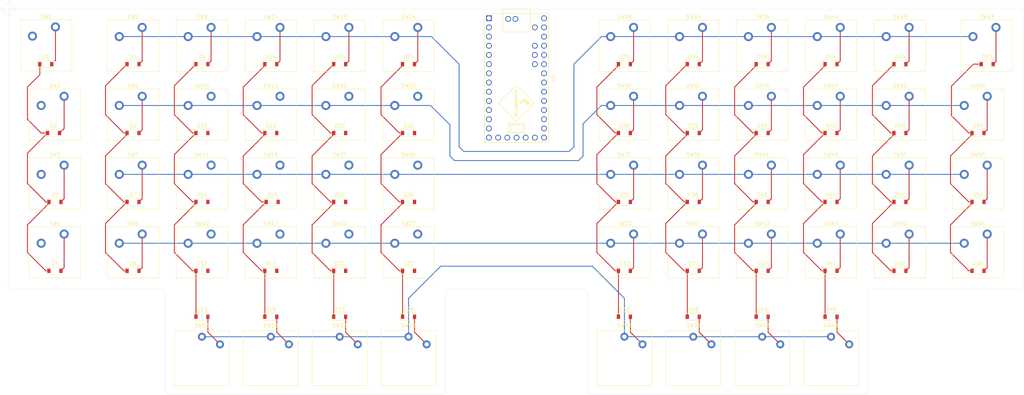
<source format=kicad_pcb>
(kicad_pcb (version 20211014) (generator pcbnew)

  (general
    (thickness 1.6)
  )

  (paper "A3")
  (layers
    (0 "F.Cu" signal)
    (1 "In1.Cu" power)
    (2 "In2.Cu" power)
    (31 "B.Cu" signal)
    (32 "B.Adhes" user "B.Adhesive")
    (33 "F.Adhes" user "F.Adhesive")
    (34 "B.Paste" user)
    (35 "F.Paste" user)
    (36 "B.SilkS" user "B.Silkscreen")
    (37 "F.SilkS" user "F.Silkscreen")
    (38 "B.Mask" user)
    (39 "F.Mask" user)
    (40 "Dwgs.User" user "User.Drawings")
    (41 "Cmts.User" user "User.Comments")
    (42 "Eco1.User" user "User.Eco1")
    (43 "Eco2.User" user "User.Eco2")
    (44 "Edge.Cuts" user)
    (45 "Margin" user)
    (46 "B.CrtYd" user "B.Courtyard")
    (47 "F.CrtYd" user "F.Courtyard")
    (48 "B.Fab" user)
    (49 "F.Fab" user)
  )

  (setup
    (pad_to_mask_clearance 0.051)
    (solder_mask_min_width 0.25)
    (aux_axis_origin 69.85 88.9)
    (grid_origin 69.85 88.9)
    (pcbplotparams
      (layerselection 0x00010fc_ffffffff)
      (disableapertmacros false)
      (usegerberextensions false)
      (usegerberattributes false)
      (usegerberadvancedattributes false)
      (creategerberjobfile false)
      (svguseinch false)
      (svgprecision 6)
      (excludeedgelayer true)
      (plotframeref false)
      (viasonmask false)
      (mode 1)
      (useauxorigin false)
      (hpglpennumber 1)
      (hpglpenspeed 20)
      (hpglpendiameter 15.000000)
      (dxfpolygonmode true)
      (dxfimperialunits true)
      (dxfusepcbnewfont true)
      (psnegative false)
      (psa4output false)
      (plotreference true)
      (plotvalue true)
      (plotinvisibletext false)
      (sketchpadsonfab false)
      (subtractmaskfromsilk false)
      (outputformat 1)
      (mirror false)
      (drillshape 0)
      (scaleselection 1)
      (outputdirectory "gerber/")
    )
  )

  (net 0 "")
  (net 1 "Net-(D1-Pad1)")
  (net 2 "Net-(D1-Pad2)")
  (net 3 "Net-(D2-Pad2)")
  (net 4 "Net-(D3-Pad2)")
  (net 5 "Net-(D4-Pad2)")
  (net 6 "Net-(D5-Pad1)")
  (net 7 "Net-(D5-Pad2)")
  (net 8 "Net-(D6-Pad2)")
  (net 9 "Net-(D7-Pad2)")
  (net 10 "Net-(D8-Pad2)")
  (net 11 "Net-(D10-Pad1)")
  (net 12 "Net-(D9-Pad2)")
  (net 13 "Net-(D10-Pad2)")
  (net 14 "Net-(D11-Pad2)")
  (net 15 "Net-(D12-Pad2)")
  (net 16 "Net-(D13-Pad2)")
  (net 17 "Net-(D14-Pad1)")
  (net 18 "Net-(D14-Pad2)")
  (net 19 "Net-(D15-Pad2)")
  (net 20 "Net-(D16-Pad2)")
  (net 21 "Net-(D17-Pad2)")
  (net 22 "Net-(D18-Pad2)")
  (net 23 "Net-(D19-Pad1)")
  (net 24 "Net-(D19-Pad2)")
  (net 25 "Net-(D20-Pad2)")
  (net 26 "Net-(D21-Pad2)")
  (net 27 "Net-(D22-Pad2)")
  (net 28 "Net-(D23-Pad2)")
  (net 29 "Net-(D24-Pad1)")
  (net 30 "Net-(D24-Pad2)")
  (net 31 "Net-(D25-Pad2)")
  (net 32 "Net-(D26-Pad2)")
  (net 33 "Net-(D27-Pad2)")
  (net 34 "Net-(D28-Pad2)")
  (net 35 "Net-(D29-Pad1)")
  (net 36 "Net-(D29-Pad2)")
  (net 37 "Net-(D30-Pad2)")
  (net 38 "Net-(D31-Pad2)")
  (net 39 "Net-(D32-Pad2)")
  (net 40 "Net-(D33-Pad2)")
  (net 41 "Net-(D34-Pad1)")
  (net 42 "Net-(D34-Pad2)")
  (net 43 "Net-(D35-Pad2)")
  (net 44 "Net-(D36-Pad2)")
  (net 45 "Net-(D37-Pad2)")
  (net 46 "Net-(D38-Pad2)")
  (net 47 "Net-(D39-Pad1)")
  (net 48 "Net-(D39-Pad2)")
  (net 49 "Net-(D40-Pad2)")
  (net 50 "Net-(D41-Pad2)")
  (net 51 "Net-(D42-Pad2)")
  (net 52 "Net-(D43-Pad2)")
  (net 53 "Net-(D44-Pad1)")
  (net 54 "Net-(D44-Pad2)")
  (net 55 "Net-(D45-Pad2)")
  (net 56 "Net-(D46-Pad2)")
  (net 57 "Net-(D47-Pad2)")
  (net 58 "Net-(D48-Pad2)")
  (net 59 "Net-(D49-Pad1)")
  (net 60 "Net-(D49-Pad2)")
  (net 61 "Net-(D50-Pad2)")
  (net 62 "Net-(D51-Pad2)")
  (net 63 "Net-(D52-Pad2)")
  (net 64 "Net-(D53-Pad1)")
  (net 65 "Net-(D53-Pad2)")
  (net 66 "Net-(D54-Pad2)")
  (net 67 "Net-(D55-Pad2)")
  (net 68 "Net-(D56-Pad2)")
  (net 69 "Net-(SW1-Pad1)")
  (net 70 "Net-(SW10-Pad1)")
  (net 71 "Net-(SW11-Pad1)")
  (net 72 "Net-(SW12-Pad1)")
  (net 73 "Net-(SW13-Pad1)")
  (net 74 "unconnected-(U1-Pad1)")
  (net 75 "unconnected-(U1-Pad17)")
  (net 76 "unconnected-(U1-Pad18)")
  (net 77 "unconnected-(U1-Pad19)")
  (net 78 "unconnected-(U1-Pad20)")
  (net 79 "unconnected-(U1-Pad16)")
  (net 80 "unconnected-(U1-Pad15)")
  (net 81 "unconnected-(U1-Pad25)")
  (net 82 "unconnected-(U1-Pad26)")
  (net 83 "unconnected-(U1-Pad27)")
  (net 84 "unconnected-(U1-Pad28)")
  (net 85 "unconnected-(U1-Pad29)")
  (net 86 "unconnected-(U1-Pad30)")
  (net 87 "unconnected-(U1-Pad31)")
  (net 88 "unconnected-(U1-Pad32)")
  (net 89 "unconnected-(U1-Pad33)")
  (net 90 "unconnected-(U1-Pad34)")
  (net 91 "unconnected-(U1-Pad35)")
  (net 92 "unconnected-(U1-Pad36)")
  (net 93 "unconnected-(U1-Pad37)")
  (net 94 "unconnected-(U1-Pad40)")
  (net 95 "unconnected-(U1-Pad39)")

  (footprint "Switch_Keyboard_Cherry_MX:SW_Cherry_MX_PCB_1.25u" (layer "F.Cu") (at 337.82 137.16))

  (footprint "Diode_SMD:D_SOD-123" (layer "F.Cu") (at 240.03 142.24))

  (footprint "Switch_Keyboard_Cherry_MX:SW_Cherry_MX_PCB_1.00u" (layer "F.Cu") (at 104.14 156.21))

  (footprint "teensy:Teensy_LC" (layer "F.Cu") (at 210.185 107.95 -90))

  (footprint "Diode_SMD:D_SOD-123" (layer "F.Cu") (at 104.14 123.19))

  (footprint "Switch_Keyboard_Cherry_MX:SW_Cherry_MX_PCB_1.00u" (layer "F.Cu") (at 161.29 99.06))

  (footprint "Switch_Keyboard_Cherry_MX:SW_Cherry_MX_PCB_1.00u" (layer "F.Cu") (at 104.14 137.16))

  (footprint "Switch_Keyboard_Cherry_MX:SW_Cherry_MX_PCB_1.00u" (layer "F.Cu") (at 240.03 99.06))

  (footprint "Diode_SMD:D_SOD-123" (layer "F.Cu") (at 240.03 123.19))

  (footprint "Diode_SMD:D_SOD-123" (layer "F.Cu") (at 259.08 161.29))

  (footprint "Diode_SMD:D_SOD-123" (layer "F.Cu") (at 180.34 104.14))

  (footprint "Diode_SMD:D_SOD-123" (layer "F.Cu") (at 161.29 104.14))

  (footprint "Switch_Keyboard_Cherry_MX:SW_Cherry_MX_PCB_1.00u" (layer "F.Cu") (at 240.03 118.11))

  (footprint "Switch_Keyboard_Kailh:SW_Kailh_Choc_V1_1.00u" (layer "F.Cu") (at 123.19 185.42))

  (footprint "Switch_Keyboard_Cherry_MX:SW_Cherry_MX_PCB_1.00u" (layer "F.Cu") (at 161.29 118.11))

  (footprint "Switch_Keyboard_Cherry_MX:SW_Cherry_MX_PCB_1.25u" (layer "F.Cu") (at 82.55 118.11))

  (footprint "Diode_SMD:D_SOD-123" (layer "F.Cu") (at 123.19 123.19))

  (footprint "Diode_SMD:D_SOD-123" (layer "F.Cu") (at 278.13 173.99))

  (footprint "Switch_Keyboard_Cherry_MX:SW_Cherry_MX_PCB_1.00u" (layer "F.Cu") (at 123.19 137.16))

  (footprint "Switch_Keyboard_Cherry_MX:SW_Cherry_MX_PCB_1.25u" (layer "F.Cu") (at 337.82 118.11))

  (footprint "Switch_Keyboard_Cherry_MX:SW_Cherry_MX_PCB_1.00u" (layer "F.Cu") (at 142.24 118.11))

  (footprint "Switch_Keyboard_Cherry_MX:SW_Cherry_MX_PCB_1.00u" (layer "F.Cu") (at 240.03 137.16))

  (footprint "Diode_SMD:D_SOD-123" (layer "F.Cu") (at 316.23 104.14))

  (footprint "Switch_Keyboard_Cherry_MX:SW_Cherry_MX_PCB_1.00u" (layer "F.Cu") (at 180.34 99.06))

  (footprint "Diode_SMD:D_SOD-123" (layer "F.Cu") (at 82.17 123.19))

  (footprint "Diode_SMD:D_SOD-123" (layer "F.Cu") (at 259.08 173.99))

  (footprint "Diode_SMD:D_SOD-123" (layer "F.Cu") (at 142.24 161.29))

  (footprint "Switch_Keyboard_Cherry_MX:SW_Cherry_MX_PCB_1.00u" (layer "F.Cu") (at 180.34 118.11))

  (footprint "Switch_Keyboard_Cherry_MX:SW_Cherry_MX_PCB_1.00u" (layer "F.Cu") (at 316.23 118.11))

  (footprint "Diode_SMD:D_SOD-123" (layer "F.Cu") (at 104.14 104.14))

  (footprint "Switch_Keyboard_Kailh:SW_Kailh_Choc_V1_1.00u" (layer "F.Cu") (at 278.13 185.42))

  (footprint "Diode_SMD:D_SOD-123" (layer "F.Cu") (at 142.62 142.24))

  (footprint "Switch_Keyboard_Cherry_MX:SW_Cherry_MX_PCB_1.00u" (layer "F.Cu") (at 278.13 137.16))

  (footprint "Switch_Keyboard_Cherry_MX:SW_Cherry_MX_PCB_1.00u" (layer "F.Cu") (at 278.13 118.11))

  (footprint "Diode_SMD:D_SOD-123" (layer "F.Cu") (at 142.24 173.99))

  (footprint "Switch_Keyboard_Cherry_MX:SW_Cherry_MX_PCB_1.00u" (layer "F.Cu") (at 340.233 99.06))

  (footprint "Diode_SMD:D_SOD-123" (layer "F.Cu") (at 297.18 161.29))

  (footprint "Switch_Keyboard_Cherry_MX:SW_Cherry_MX_PCB_1.00u" (layer "F.Cu") (at 104.14 99.06))

  (footprint "Switch_Keyboard_Cherry_MX:SW_Cherry_MX_PCB_1.00u" (layer "F.Cu") (at 123.19 118.11))

  (footprint "Diode_SMD:D_SOD-123" (layer "F.Cu") (at 240.03 161.29))

  (footprint "Diode_SMD:D_SOD-123" (layer "F.Cu") (at 259.08 142.24))

  (footprint "Diode_SMD:D_SOD-123" (layer "F.Cu") (at 180.34 142.24))

  (footprint "Diode_SMD:D_SOD-123" (layer "F.Cu") (at 104.14 161.29))

  (footprint "Switch_Keyboard_Cherry_MX:SW_Cherry_MX_PCB_1.00u" (layer "F.Cu")
    (tedit 0) (tstamp 69721e6f-2fb5-45c7-a98a-baafed0fbaef)
    (at 259.08 99.06)
    (descr "Cherry MX keyswitch PCB Mount with 1.00u keycap")
    (tags "Cherry MX Keyboard Keyswitch Switch PCB Cutout 1.00u")
    (property "Sheetfile" "cmdr_mainboard.kicad_sch")
    (property "Sheetname" "")
    (path "/d27935e4-c797-4883-87f3-65a91dc04314")
    (attr through_hole)
    (fp_text reference "SW34" (at 0 -8) (layer "F.SilkS")
      (effects (font (size 1 1) (thickness 0.15)))
      (tstamp c9035ef7-e059-45a1-83e2-20550a54ed23)
    )
    (fp_text value "SW_Push" (at 0 8) (layer "F.Fab")
      (effects (font (size 1 1) (thickness 0.15)))
      (tstamp f7fbbc8e-2019-449c-966d-94b6d8ef4d9c)
    )
    (fp_text user "${REFERENCE}" (at 0 0) (layer "F.Fab")
      (effects (font (size 1 1) (thickness 0.15)))
      (tstamp 070564eb-2f30-49ee-9a35-98d7dc342fa6)
    )
    (fp_line (start -7.1 7.1) (end 7.1 7.1) (layer "F.SilkS") (width 0.12) (tstamp 13083f93-7f54-4368-a21d-e2dc2107b2bd))
    (fp_line (start 7.1 7.1) (end 7.1 -7.1) (layer "F.SilkS") (width 0.12) (tstamp 14330d9b-9ffe-4b14-a520-5560e5787f7e))
    (fp_line (start 7.1 -7.1) (end -7.1 -7.1) (layer "F.SilkS") (width 0.12) (tstamp 4c43492b-4c89-4d49-b407-1c7605386f59))
    (fp_line (start -7.1 -7.1) (end -7.1 7.1) (layer "F.SilkS") (width 0.12) (tstamp b99ce85c-ea63-4c40-8d39-61506b146d94))
    (fp_line (start -9.525 -9.525) (end -9.525 9.525) (layer "Dwgs.User") (width 0.1) (tstamp 111f03ae-3ec5-4819-b49a-dbc2d86563aa))
    (fp_line (start 9.525 9.525) (end 9.525 -9.525) (layer "Dwgs.User") (width 0.1) (tstamp 6cf242e2-bd10-4bf5-b1d9-1d9495f8ce27))
    (fp_line (start -9.525 9.525) (end 9.525 9.525) (layer "Dwgs.User") (width 0.1) (tstamp 92273e18-9d75-4c92-a48b-50094dc59859))
    (fp_line (start 9.525 -9.525) (end -9.525 -9.525) (layer "Dwgs.User") (width 0.1) (tstamp c0d8be21-aeb7-4e83-af2a-a4d9ce620d78))
    (fp_line (start 7 7) (end 7 -7) (layer "Eco1.User") (width 0.1) (tstamp 08a0253e-c485-4c7d-b705-09c2bcf3a95b))
    (fp_line (start -7 7) (end 7 7) (layer "Eco1.User") (width 0.1) (tstamp 653d0db4-2806-41d5-add2-cb8b1ea5c9d1))
    (fp_line (start 7 -7) (end -7 -7) (layer "Eco1.User") (width 0.1) (tstamp 6cd5eb85-6b10-437f-8abe-72212010c4cd))
    (fp_line (start -7 -7) (end -7 7) (layer "Eco1.User") (width 0.1) (tstamp 8953bc96-f46d-46b8-80f5-89449e35f2b5))
    (fp_line (start 7.25 7.25) (end 7.25 -7.25) (layer "F.CrtYd") (width 0.05) (tstamp 252cc5f4-e063-45e5-a21b-571b78157010))
    (fp_line (start -7.25 -7.25) (end -7.25 7.25) (layer "F.CrtYd") (width 0.05) (tstamp 28c73d35-c366-4ad7-b44f-338c71633133))
    (fp_line (start -7.25 7.25) (end 7.25 7.25) (layer "F.CrtYd") (width 0.05) (tstamp 2dafaa61-344e-4ded-8a1e-0f9334f48a90))
    (fp_line (start 7.25 -7.25) (end -7.25 -7.25) (layer "F.CrtYd") (width 0.05) (tstamp 38c622a0-b715-44e5-a8a2-a2b21546844f))
    (fp_line (start -7 7) (end 7 7) (layer "F.Fab") (width 0.1) (tstamp 2c0279cb-4155-4e9c-88ac-55f6f554fe4b))
    (fp_line (start 7 -7) (end -7 -7) (layer "F.Fab") (width 0.1) (tstamp 3bca0ee6-666e-4a37-988e-74688a7b853f))
    (fp_line (start 7 7) (end 7 -7) (layer "F.Fab") (width 0.1) (tstamp 74f07867-012f-4b17-8857-a4643e0d7d34))
    (fp_line (start -7 -7) (end -7 7) (layer "F.Fab") (width 0.1) (tstamp f40cddb8-86a2-4b7e-9d2f-0d950e6c521d))
    (pad "" smd circle (at 2.54 -5.08) (size 1.55 1.55) (layers "F.Mask") (tstamp 070536dc-2715-41c4-8219-b1839a3fc2a6))
   
... [335715 chars truncated]
</source>
